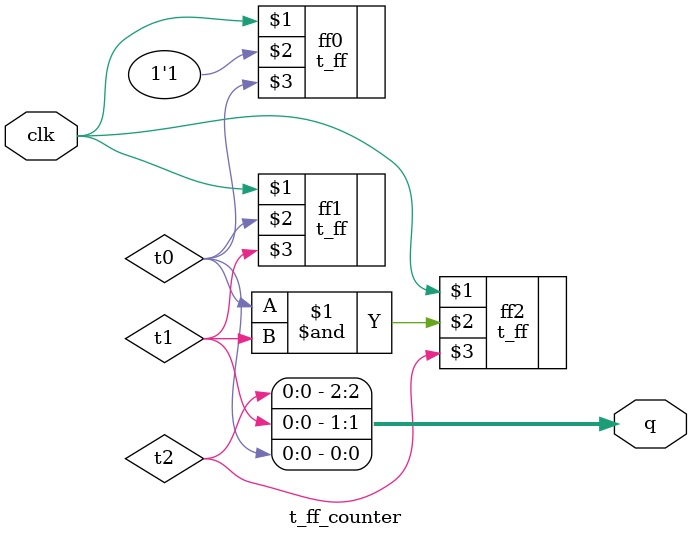
<source format=v>
module t_ff_counter(clk, q);
	input clk;
	output reg [2:0] q;
	wire t0, t1, t2;

	t_ff ff0(clk, 1'b1, t0);
	t_ff ff1(clk, t0, t1);
	t_ff ff2(clk, t0 & t1, t2);
	
	always @(*) begin
		q = {t2, t1, t0};
	end
	
endmodule

</source>
